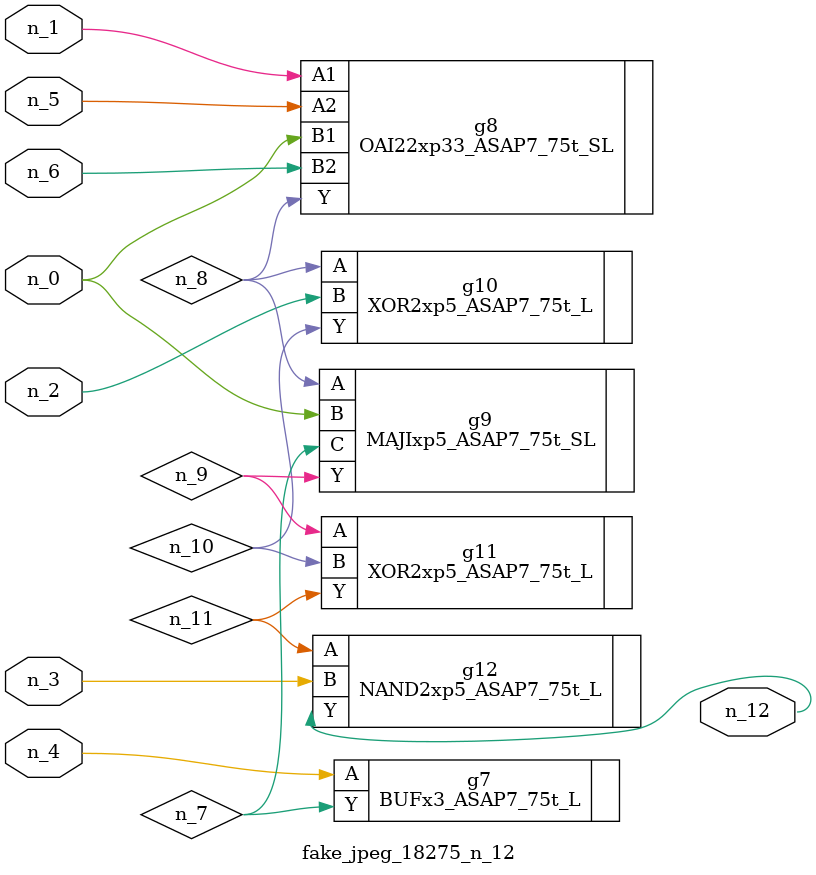
<source format=v>
module fake_jpeg_18275_n_12 (n_3, n_2, n_1, n_0, n_4, n_6, n_5, n_12);

input n_3;
input n_2;
input n_1;
input n_0;
input n_4;
input n_6;
input n_5;

output n_12;

wire n_11;
wire n_10;
wire n_8;
wire n_9;
wire n_7;

BUFx3_ASAP7_75t_L g7 ( 
.A(n_4),
.Y(n_7)
);

OAI22xp33_ASAP7_75t_SL g8 ( 
.A1(n_1),
.A2(n_5),
.B1(n_0),
.B2(n_6),
.Y(n_8)
);

MAJIxp5_ASAP7_75t_SL g9 ( 
.A(n_8),
.B(n_0),
.C(n_7),
.Y(n_9)
);

XOR2xp5_ASAP7_75t_L g11 ( 
.A(n_9),
.B(n_10),
.Y(n_11)
);

XOR2xp5_ASAP7_75t_L g10 ( 
.A(n_8),
.B(n_2),
.Y(n_10)
);

NAND2xp5_ASAP7_75t_L g12 ( 
.A(n_11),
.B(n_3),
.Y(n_12)
);


endmodule
</source>
